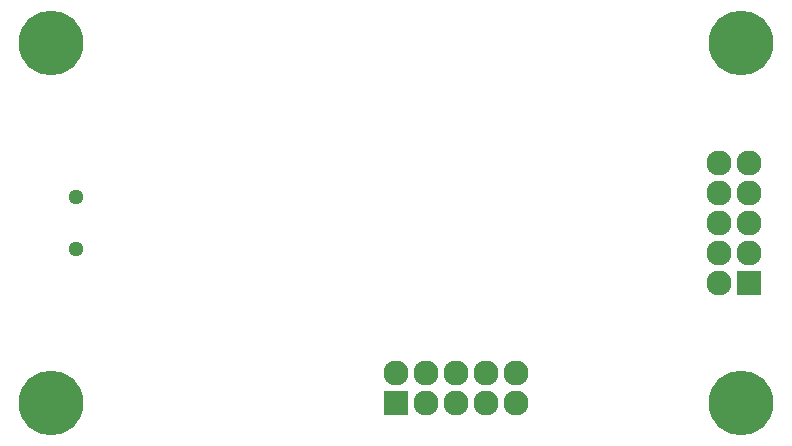
<source format=gbr>
G04 #@! TF.FileFunction,Soldermask,Bot*
%FSLAX46Y46*%
G04 Gerber Fmt 4.6, Leading zero omitted, Abs format (unit mm)*
G04 Created by KiCad (PCBNEW 4.0.2+dfsg1-stable) date Fri 29 Jul 2016 09:24:32 AM CST*
%MOMM*%
G01*
G04 APERTURE LIST*
%ADD10C,0.100000*%
%ADD11R,2.127200X2.127200*%
%ADD12O,2.127200X2.127200*%
%ADD13C,1.299160*%
%ADD14C,5.480000*%
G04 APERTURE END LIST*
D10*
D11*
X182245000Y-120650000D03*
D12*
X179705000Y-120650000D03*
X182245000Y-118110000D03*
X179705000Y-118110000D03*
X182245000Y-115570000D03*
X179705000Y-115570000D03*
X182245000Y-113030000D03*
X179705000Y-113030000D03*
X182245000Y-110490000D03*
X179705000Y-110490000D03*
D11*
X152400000Y-130810000D03*
D12*
X152400000Y-128270000D03*
X154940000Y-130810000D03*
X154940000Y-128270000D03*
X157480000Y-130810000D03*
X157480000Y-128270000D03*
X160020000Y-130810000D03*
X160020000Y-128270000D03*
X162560000Y-130810000D03*
X162560000Y-128270000D03*
D13*
X125310900Y-113370360D03*
X125310900Y-117769640D03*
D14*
X181610000Y-100330000D03*
X181610000Y-130810000D03*
X123190000Y-130810000D03*
X123190000Y-100330000D03*
M02*

</source>
